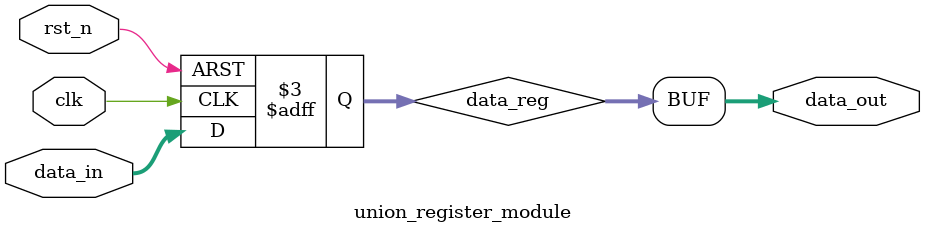
<source format=sv>
typedef union packed {
  logic [7:0] byte_data;
  logic [3:0][1:0] nibble_pairs;
} my_union;

module union_register_module(
  input logic clk,
  input logic rst_n,
  input my_union data_in,
  output my_union data_out
);

  my_union data_reg;

  always_ff @(posedge clk or negedge rst_n) begin
    if (!rst_n)
      data_reg <= '0;
    else
      data_reg <= data_in;
  end

  assign data_out = data_reg;

endmodule
</source>
